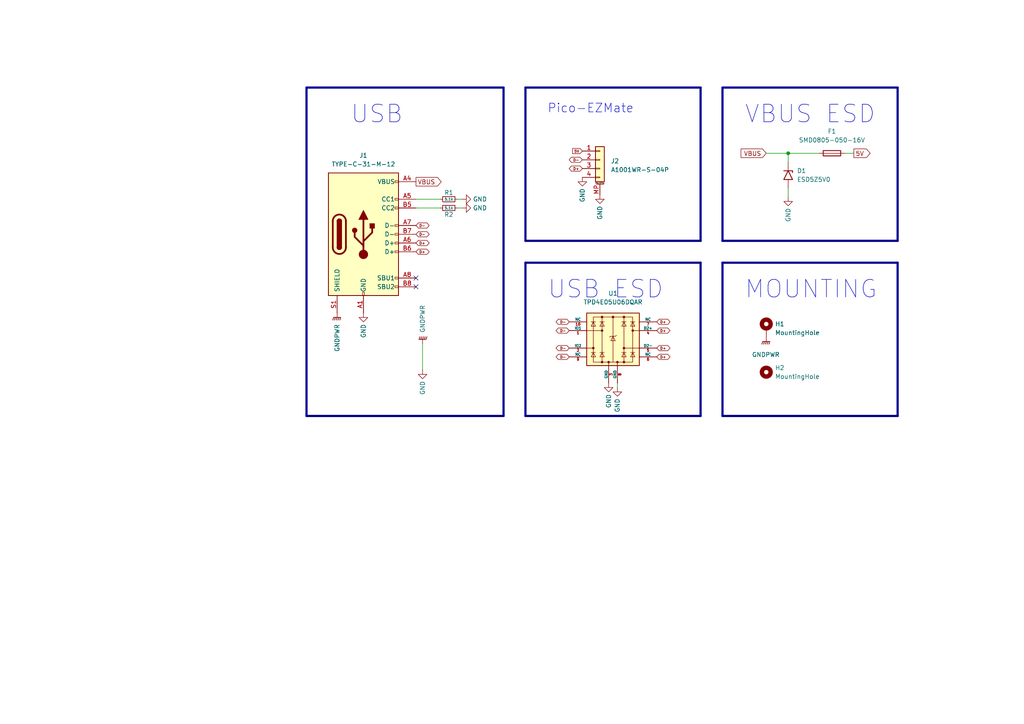
<source format=kicad_sch>
(kicad_sch (version 20231120) (generator "eeschema") (generator_version "8.0")
  (paper "A4")
  (title_block (title "Unified Daughterboard UDB-S1") (date "2022-09-16") (rev "V1.0.0"))
  (lib_symbols
    (symbol "Connector:USB_C_Receptacle_USB2.0" (pin_names (offset 1.016))
      (property "Reference" "J" (at -10.16 19.05 0))
      (property "Value" "USB_C_Receptacle_USB2.0" (at 19.05 19.05 0))
      (symbol "USB_C_Receptacle_USB2.0_0_0"
        (rectangle (start -0.254 -17.78) (end 0.254 -16.764))
        (rectangle (start 10.16 -14.986) (end 9.144 -15.494))
        (rectangle (start 10.16 -12.446) (end 9.144 -12.954))
        (rectangle (start 10.16 -4.826) (end 9.144 -5.334))
        (rectangle (start 10.16 -2.286) (end 9.144 -2.794))
        (rectangle (start 10.16 0.254) (end 9.144 -0.254))
        (rectangle (start 10.16 2.794) (end 9.144 2.286))
        (rectangle (start 10.16 7.874) (end 9.144 7.366))
        (rectangle (start 10.16 10.414) (end 9.144 9.906))
        (rectangle (start 10.16 15.494) (end 9.144 14.986))
      )
      (symbol "USB_C_Receptacle_USB2.0_0_1"
        (rectangle (start -10.16 17.78) (end 10.16 -17.78) (stroke (width 0.254)) (fill (type background)))
        (arc (start -8.89 -3.81) (mid -6.985 -5.7066) (end -5.08 -3.81) (stroke (width 0.508)))
        (arc (start -7.62 -3.81) (mid -6.985 -4.4422) (end -6.35 -3.81) (stroke (width 0.254)))
        (arc (start -7.62 -3.81) (mid -6.985 -4.4422) (end -6.35 -3.81) (stroke (width 0.254)) (fill (type outline)))
        (rectangle (start -7.62 -3.81) (end -6.35 3.81) (stroke (width 0.254)) (fill (type outline)))
        (arc (start -6.35 3.81) (mid -6.985 4.4422) (end -7.62 3.81) (stroke (width 0.254)))
        (arc (start -6.35 3.81) (mid -6.985 4.4422) (end -7.62 3.81) (stroke (width 0.254)) (fill (type outline)))
        (arc (start -5.08 3.81) (mid -6.985 5.7066) (end -8.89 3.81) (stroke (width 0.508)))
        (circle (center -2.54 1.143) (radius 0.635) (stroke (width 0.254)) (fill (type outline)))
        (circle (center 0 -5.842) (radius 1.27) (fill (type outline)))
        (polyline (pts (xy -8.89 -3.81) (xy -8.89 3.81)) (stroke (width 0.508)))
        (polyline (pts (xy -5.08 3.81) (xy -5.08 -3.81)) (stroke (width 0.508)))
        (polyline (pts (xy 0 -5.842) (xy 0 4.318)) (stroke (width 0.508)))
        (polyline (pts (xy 0 -3.302) (xy -2.54 -0.762) (xy -2.54 0.508)) (stroke (width 0.508)))
        (polyline (pts (xy 0 -2.032) (xy 2.54 0.508) (xy 2.54 1.778)) (stroke (width 0.508)))
        (polyline (pts (xy -1.27 4.318) (xy 0 6.858) (xy 1.27 4.318) (xy -1.27 4.318)) (stroke (width 0.254)) (fill (type outline)))
        (rectangle (start 1.905 1.778) (end 3.175 3.048) (stroke (width 0.254)) (fill (type outline)))
      )
      (symbol "USB_C_Receptacle_USB2.0_1_1"
        (pin passive line (at 0 -22.86 90) (length 5.08) (name "GND") (number "A1"))
        (pin passive line (at 0 -22.86 90) (length 5.08) hide (name "GND") (number "A12"))
        (pin passive line (at 15.24 15.24 180) (length 5.08) (name "VBUS") (number "A4"))
        (pin bidirectional line (at 15.24 10.16 180) (length 5.08) (name "CC1") (number "A5"))
        (pin bidirectional line (at 15.24 -2.54 180) (length 5.08) (name "D+") (number "A6"))
        (pin bidirectional line (at 15.24 2.54 180) (length 5.08) (name "D-") (number "A7"))
        (pin bidirectional line (at 15.24 -12.7 180) (length 5.08) (name "SBU1") (number "A8"))
        (pin passive line (at 15.24 15.24 180) (length 5.08) hide (name "VBUS") (number "A9"))
        (pin passive line (at 0 -22.86 90) (length 5.08) hide (name "GND") (number "B1"))
        (pin passive line (at 0 -22.86 90) (length 5.08) hide (name "GND") (number "B12"))
        (pin passive line (at 15.24 15.24 180) (length 5.08) hide (name "VBUS") (number "B4"))
        (pin bidirectional line (at 15.24 7.62 180) (length 5.08) (name "CC2") (number "B5"))
        (pin bidirectional line (at 15.24 -5.08 180) (length 5.08) (name "D+") (number "B6"))
        (pin bidirectional line (at 15.24 0 180) (length 5.08) (name "D-") (number "B7"))
        (pin bidirectional line (at 15.24 -15.24 180) (length 5.08) (name "SBU2") (number "B8"))
        (pin passive line (at 15.24 15.24 180) (length 5.08) hide (name "VBUS") (number "B9"))
        (pin passive line (at -7.62 -22.86 90) (length 5.08) (name "SHIELD") (number "S1"))
      )
    )
    (symbol "Connector_Generic_MountingPin:Conn_01x04_MountingPin" (pin_names (offset 1.016) hide)
      (property "Reference" "J" (at 0 5.08 0))
      (property "Value" "Conn_01x04_MountingPin" (at 1.27 -7.62 0))
      (symbol "Conn_01x04_MountingPin_1_1"
        (rectangle (start -1.27 -4.953) (end 0 -5.207) (stroke (width 0.1524)))
        (rectangle (start -1.27 -2.413) (end 0 -2.667) (stroke (width 0.1524)))
        (rectangle (start -1.27 0.127) (end 0 -0.127) (stroke (width 0.1524)))
        (rectangle (start -1.27 2.667) (end 0 2.413) (stroke (width 0.1524)))
        (rectangle (start -1.27 3.81) (end 1.27 -6.35) (stroke (width 0.254)) (fill (type background)))
        (polyline (pts (xy -1.016 -7.112) (xy 1.016 -7.112)) (stroke (width 0.1524)))
        (text "Mounting" (at 0 -6.731 0) (effects (font (size 0.381 0.381))))
        (pin passive line (at -5.08 2.54 0) (length 3.81) (name "Pin_1") (number "1"))
        (pin passive line (at -5.08 0 0) (length 3.81) (name "Pin_2") (number "2"))
        (pin passive line (at -5.08 -2.54 0) (length 3.81) (name "Pin_3") (number "3"))
        (pin passive line (at -5.08 -5.08 0) (length 3.81) (name "Pin_4") (number "4"))
        (pin passive line (at 0 -10.16 90) (length 3.048) (name "MountPin") (number "MP"))
      )
    )
    (symbol "Device:Fuse" (pin_numbers hide) (pin_names (offset 0))
      (property "Reference" "F" (at 2.032 0 90))
      (property "Value" "Fuse" (at -1.905 0 90))
      (symbol "Fuse_0_1"
        (rectangle (start -0.762 -2.54) (end 0.762 2.54) (stroke (width 0.254)))
        (polyline (pts (xy 0 2.54) (xy 0 -2.54)))
      )
      (symbol "Fuse_1_1"
        (pin passive line (at 0 3.81 270) (length 1.27) (name "~") (number "1"))
        (pin passive line (at 0 -3.81 90) (length 1.27) (name "~") (number "2"))
      )
    )
    (symbol "Device:R_Small" (pin_numbers hide) (pin_names (offset 0.254) hide)
      (property "Reference" "R" (at 0.762 0.508 0))
      (property "Value" "R_Small" (at 0.762 -1.016 0))
      (symbol "R_Small_0_1"
        (rectangle (start -0.762 1.778) (end 0.762 -1.778) (stroke (width 0.2032)))
      )
      (symbol "R_Small_1_1"
        (pin passive line (at 0 2.54 270) (length 0.762) (name "~") (number "1"))
        (pin passive line (at 0 -2.54 90) (length 0.762) (name "~") (number "2"))
      )
    )
    (symbol "Diode:SMF6V0A" (pin_numbers hide) (pin_names (offset 1.016) hide)
      (property "Reference" "D" (at 0 2.54 0))
      (property "Value" "SMF6V0A" (at 0 -2.54 0))
      (symbol "SMF6V0A_0_1"
        (polyline (pts (xy -0.762 1.27) (xy -1.27 1.27) (xy -1.27 -1.27)) (stroke (width 0.254)))
        (polyline (pts (xy 1.27 1.27) (xy 1.27 -1.27) (xy -1.27 0) (xy 1.27 1.27)) (stroke (width 0.254)))
      )
      (symbol "SMF6V0A_1_1"
        (pin passive line (at -3.81 0 0) (length 2.54) (name "A1") (number "1"))
        (pin passive line (at 3.81 0 180) (length 2.54) (name "A2") (number "2"))
      )
    )
    (symbol "Mechanical:MountingHole" (pin_names (offset 1.016))
      (property "Reference" "H" (at 0 5.08 0))
      (property "Value" "MountingHole" (at 0 3.175 0))
      (symbol "MountingHole_0_1"
        (circle (center 0 0) (radius 1.27) (stroke (width 1.27)))
      )
    )
    (symbol "Mechanical:MountingHole_Pad" (pin_numbers hide) (pin_names (offset 1.016) hide)
      (property "Reference" "H" (at 0 6.35 0))
      (property "Value" "MountingHole_Pad" (at 0 4.445 0))
      (symbol "MountingHole_Pad_0_1"
        (circle (center 0 1.27) (radius 1.27) (stroke (width 1.27)))
      )
      (symbol "MountingHole_Pad_1_1"
        (pin input line (at 0 -2.54 90) (length 2.54) (name "1") (number "1"))
      )
    )
    (symbol "acheron_Symbols:TPD4E05U06DQAR" (pin_names (offset 0))
      (property "Reference" "U" (at 0 12.7 0))
      (property "Value" "TPD4E05U06DQAR" (at 0 10.16 0))
      (symbol "TPD4E05U06DQAR_0_0"
        (rectangle (start -5.715 6.477) (end 5.715 -6.604))
        (polyline (pts (xy -3.175 -6.604) (xy -3.175 6.477)))
        (polyline (pts (xy 0 6.477) (xy 0 -6.604)))
        (polyline (pts (xy 3.175 6.477) (xy 3.175 -6.604)))
      )
      (symbol "TPD4E05U06DQAR_0_1"
        (rectangle (start -7.62 7.62) (end 7.62 -7.62) (stroke (width 0.254)) (fill (type background)))
        (circle (center -5.715 -2.54) (radius 0.2794) (fill (type outline)))
        (circle (center -3.175 -6.604) (radius 0.2794) (fill (type outline)))
        (circle (center -3.175 2.54) (radius 0.2794) (fill (type outline)))
        (circle (center -3.175 6.477) (radius 0.2794) (fill (type outline)))
        (circle (center -1.27 -6.604) (radius 0.2794) (fill (type outline)))
        (polyline (pts (xy -7.747 2.54) (xy -3.175 2.54)))
        (polyline (pts (xy -7.62 -2.54) (xy -5.715 -2.54)))
        (polyline (pts (xy -5.08 -3.81) (xy -6.35 -3.81)))
        (polyline (pts (xy -5.08 5.08) (xy -6.35 5.08)))
        (polyline (pts (xy -2.54 -3.81) (xy -3.81 -3.81)))
        (polyline (pts (xy -2.54 5.08) (xy -3.81 5.08)))
        (polyline (pts (xy -1.27 -6.604) (xy -1.27 -7.62)))
        (polyline (pts (xy -0.635 0.889) (xy -1.016 0.635)))
        (polyline (pts (xy 0.635 0.889) (xy -0.635 0.889)))
        (polyline (pts (xy 0.635 0.889) (xy 1.016 1.143)))
        (polyline (pts (xy 3.81 -3.81) (xy 2.54 -3.81)))
        (polyline (pts (xy 3.81 5.08) (xy 2.54 5.08)))
        (polyline (pts (xy 6.35 -3.81) (xy 5.08 -3.81)))
        (polyline (pts (xy 6.35 5.08) (xy 5.08 5.08)))
        (polyline (pts (xy 7.62 -2.54) (xy 3.175 -2.54)))
        (polyline (pts (xy 7.62 2.54) (xy 5.715 2.54)))
        (polyline (pts (xy -5.08 -5.08) (xy -6.35 -5.08) (xy -5.715 -3.81) (xy -5.08 -5.08)))
        (polyline (pts (xy -5.08 3.81) (xy -6.35 3.81) (xy -5.715 5.08) (xy -5.08 3.81)))
        (polyline (pts (xy -2.54 -5.08) (xy -3.81 -5.08) (xy -3.175 -3.81) (xy -2.54 -5.08)))
        (polyline (pts (xy -2.54 3.81) (xy -3.81 3.81) (xy -3.175 5.08) (xy -2.54 3.81)))
        (polyline (pts (xy 0.635 -0.381) (xy -0.635 -0.381) (xy 0 0.889) (xy 0.635 -0.381)))
        (polyline (pts (xy 3.81 -5.08) (xy 2.54 -5.08) (xy 3.175 -3.81) (xy 3.81 -5.08)))
        (polyline (pts (xy 3.81 3.81) (xy 2.54 3.81) (xy 3.175 5.08) (xy 3.81 3.81)))
        (polyline (pts (xy 6.35 -5.08) (xy 5.08 -5.08) (xy 5.715 -3.81) (xy 6.35 -5.08)))
        (polyline (pts (xy 6.35 3.81) (xy 5.08 3.81) (xy 5.715 5.08) (xy 6.35 3.81)))
        (circle (center 0 6.477) (radius 0.2794) (fill (type outline)))
        (circle (center 3.175 -6.604) (radius 0.2794) (fill (type outline)))
        (circle (center 3.175 -2.54) (radius 0.2794) (fill (type outline)))
        (circle (center 3.175 6.477) (radius 0.2794) (fill (type outline)))
        (circle (center 5.715 2.54) (radius 0.2794) (fill (type outline)))
      )
      (symbol "TPD4E05U06DQAR_1_1"
        (polyline (pts (xy 1.27 -6.604) (xy 1.27 -7.62)))
        (circle (center 1.27 -6.604) (radius 0.2794) (fill (type outline)))
        (pin bidirectional line (at -12.7 2.54 0) (length 5.08) (name "IO1") (number "1"))
        (pin bidirectional line (at -12.7 5.08 0) (length 5.08) (name "NC") (number "10"))
        (pin bidirectional line (at -12.7 -2.54 0) (length 5.08) (name "IO2") (number "2"))
        (pin power_in line (at -1.27 -12.7 90) (length 5.08) (name "GND") (number "3"))
        (pin bidirectional line (at 12.7 2.54 180) (length 5.08) (name "D2+") (number "4"))
        (pin bidirectional line (at 12.7 -2.54 180) (length 5.08) (name "D2-") (number "5"))
        (pin bidirectional line (at 12.7 -5.08 180) (length 5.08) (name "NC") (number "6"))
        (pin bidirectional line (at 12.7 5.08 180) (length 5.08) (name "NC") (number "7"))
        (pin power_in line (at 1.27 -12.7 90) (length 5.08) (name "GND") (number "8"))
        (pin bidirectional line (at -12.7 -5.08 0) (length 5.08) (name "NC") (number "9"))
      )
    )
    (symbol "power:GND" (power) (pin_names (offset 0))
      (property "Value" "GND" (at 0 -3.81 0))
      (symbol "GND_0_1"
        (polyline (pts (xy 0 0) (xy 0 -1.27) (xy 1.27 -1.27) (xy 0 -2.54) (xy -1.27 -1.27) (xy 0 -1.27)))
      )
      (symbol "GND_1_1"
        (pin power_in line (at 0 0 270) (length 0) hide (name "GND") (number "1"))
      )
    )
    (symbol "power:GNDPWR" (power) (pin_names (offset 0))
      (property "Value" "GNDPWR" (at 0 -3.302 0))
      (symbol "GNDPWR_0_1"
        (polyline (pts (xy 0 -1.27) (xy 0 0)))
        (polyline (pts (xy -1.016 -1.27) (xy -1.27 -2.032) (xy -1.27 -2.032)) (stroke (width 0.2032)))
        (polyline (pts (xy -0.508 -1.27) (xy -0.762 -2.032) (xy -0.762 -2.032)) (stroke (width 0.2032)))
        (polyline (pts (xy 0 -1.27) (xy -0.254 -2.032) (xy -0.254 -2.032)) (stroke (width 0.2032)))
        (polyline (pts (xy 0.508 -1.27) (xy 0.254 -2.032) (xy 0.254 -2.032)) (stroke (width 0.2032)))
        (polyline (pts (xy 1.016 -1.27) (xy -1.016 -1.27) (xy -1.016 -1.27)) (stroke (width 0.2032)))
        (polyline (pts (xy 1.016 -1.27) (xy 0.762 -2.032) (xy 0.762 -2.032) (xy 0.762 -2.032)) (stroke (width 0.2032)))
      )
      (symbol "GNDPWR_1_1"
        (pin power_in line (at 0 0 270) (length 0) hide (name "GNDPWR") (number "1"))
      )
    )
  )
  (junction (at 228.6 44.45))
  (no_connect (at 120.65 83.185))
  (no_connect (at 120.65 80.645))
  (wire (pts (xy 179.07 111.125) (xy 179.07 112.395)))
  (bus (pts (xy 146.05 25.4) (xy 146.05 120.65)) (stroke (width 0.635)))
  (bus (pts (xy 260.35 69.85) (xy 209.55 69.85)) (stroke (width 0.635)))
  (bus (pts (xy 88.9 120.65) (xy 146.05 120.65)) (stroke (width 0.635)))
  (wire (pts (xy 228.6 57.15) (xy 228.6 54.61)))
  (bus (pts (xy 209.55 76.2) (xy 209.55 120.65)) (stroke (width 0.635)))
  (bus (pts (xy 203.2 25.4) (xy 203.2 69.85)) (stroke (width 0.635)))
  (bus (pts (xy 209.55 25.4) (xy 209.55 69.85)) (stroke (width 0.635)))
  (bus (pts (xy 209.55 25.4) (xy 260.35 25.4)) (stroke (width 0.635)))
  (wire (pts (xy 120.65 57.785) (xy 127.635 57.785)))
  (wire (pts (xy 120.65 60.325) (xy 127.635 60.325)))
  (wire (pts (xy 122.555 99.695) (xy 122.555 107.315)))
  (wire (pts (xy 228.6 44.45) (xy 237.49 44.45)))
  (bus (pts (xy 152.4 76.2) (xy 152.4 120.65)) (stroke (width 0.635)))
  (wire (pts (xy 228.6 46.99) (xy 228.6 44.45)))
  (bus (pts (xy 152.4 25.4) (xy 203.2 25.4)) (stroke (width 0.635)))
  (wire (pts (xy 222.25 44.45) (xy 228.6 44.45)))
  (bus (pts (xy 209.55 76.2) (xy 260.35 76.2)) (stroke (width 0.635)))
  (bus (pts (xy 88.9 25.4) (xy 146.05 25.4)) (stroke (width 0.635)))
  (bus (pts (xy 203.2 120.65) (xy 152.4 120.65)) (stroke (width 0.635)))
  (bus (pts (xy 260.35 120.65) (xy 209.55 120.65)) (stroke (width 0.635)))
  (wire (pts (xy 245.11 44.45) (xy 247.65 44.45)))
  (bus (pts (xy 260.35 25.4) (xy 260.35 69.85)) (stroke (width 0.635)))
  (wire (pts (xy 132.715 60.325) (xy 133.985 60.325)))
  (bus (pts (xy 88.9 25.4) (xy 88.9 120.65)) (stroke (width 0.635)))
  (bus (pts (xy 203.2 69.85) (xy 152.4 69.85)) (stroke (width 0.635)))
  (wire (pts (xy 132.715 57.785) (xy 133.985 57.785)))
  (bus (pts (xy 152.4 25.4) (xy 152.4 69.85)) (stroke (width 0.635)))
  (bus (pts (xy 260.35 76.2) (xy 260.35 120.65)) (stroke (width 0.635)))
  (bus (pts (xy 203.2 76.2) (xy 203.2 120.65)) (stroke (width 0.635)))
  (bus (pts (xy 152.4 76.2) (xy 203.2 76.2)) (stroke (width 0.635)))
  (text "USB ESD" (at 158.75 86.995 0) (effects (font (size 5.08 5.08)) (justify left bottom)))
  (text "VBUS ESD" (at 215.9 36.195 0) (effects (font (size 5.08 5.08)) (justify left bottom)))
  (text "USB" (at 101.6 36.195 0) (effects (font (size 5.08 5.08)) (justify left bottom)))
  (text "MOUNTING" (at 215.9 86.995 0) (effects (font (size 5.08 5.08)) (justify left bottom)))
  (text "Pico-EZMate" (at 158.75 33.02 0) (effects (font (size 2.54 2.54)) (justify left bottom)))
  (global_label "VBUS" (shape output) (at 120.65 52.705 0) (property "Intersheetrefs" "${INTERSHEET_REFS}" (effects (hide yes))))
  (global_label "D+" (shape bidirectional) (at 190.5 95.885 0) (effects (font (size 0.762 0.762))) (property "Intersheetrefs" "${INTERSHEET_REFS}" (effects (hide yes))))
  (global_label "D-" (shape bidirectional) (at 165.1 100.965 180) (effects (font (size 0.762 0.762))) (property "Intersheetrefs" "${INTERSHEET_REFS}" (effects (hide yes))))
  (global_label "D-" (shape bidirectional) (at 165.1 95.885 180) (effects (font (size 0.762 0.762))) (property "Intersheetrefs" "${INTERSHEET_REFS}" (effects (hide yes))))
  (global_label "VBUS" (shape input) (at 222.25 44.45 180) (property "Intersheetrefs" "${INTERSHEET_REFS}" (effects (hide yes))))
  (global_label "D+" (shape bidirectional) (at 168.91 48.895 180) (effects (font (size 0.762 0.762))) (property "Intersheetrefs" "${INTERSHEET_REFS}" (effects (hide yes))))
  (global_label "D-" (shape bidirectional) (at 120.65 67.945 0) (effects (font (size 0.762 0.762))) (property "Intersheetrefs" "${INTERSHEET_REFS}" (effects (hide yes))))
  (global_label "D+" (shape bidirectional) (at 190.5 103.505 0) (effects (font (size 0.762 0.762))) (property "Intersheetrefs" "${INTERSHEET_REFS}" (effects (hide yes))))
  (global_label "5V" (shape output) (at 247.65 44.45 0) (property "Intersheetrefs" "${INTERSHEET_REFS}" (effects (hide yes))))
  (global_label "5V" (shape input) (at 168.91 43.815 180) (effects (font (size 0.762 0.762))) (property "Intersheetrefs" "${INTERSHEET_REFS}" (effects (hide yes))))
  (global_label "D-" (shape bidirectional) (at 120.65 65.405 0) (effects (font (size 0.762 0.762))) (property "Intersheetrefs" "${INTERSHEET_REFS}" (effects (hide yes))))
  (global_label "D+" (shape bidirectional) (at 120.65 70.485 0) (effects (font (size 0.762 0.762))) (property "Intersheetrefs" "${INTERSHEET_REFS}" (effects (hide yes))))
  (global_label "D-" (shape bidirectional) (at 168.91 46.355 180) (effects (font (size 0.762 0.762))) (property "Intersheetrefs" "${INTERSHEET_REFS}" (effects (hide yes))))
  (global_label "D+" (shape bidirectional) (at 120.65 73.025 0) (effects (font (size 0.762 0.762))) (property "Intersheetrefs" "${INTERSHEET_REFS}" (effects (hide yes))))
  (global_label "D+" (shape bidirectional) (at 190.5 93.345 0) (effects (font (size 0.762 0.762))) (property "Intersheetrefs" "${INTERSHEET_REFS}" (effects (hide yes))))
  (global_label "D-" (shape bidirectional) (at 165.1 103.505 180) (effects (font (size 0.762 0.762))) (property "Intersheetrefs" "${INTERSHEET_REFS}" (effects (hide yes))))
  (global_label "D+" (shape bidirectional) (at 190.5 100.965 0) (effects (font (size 0.762 0.762))) (property "Intersheetrefs" "${INTERSHEET_REFS}" (effects (hide yes))))
  (global_label "D-" (shape bidirectional) (at 165.1 93.345 180) (effects (font (size 0.762 0.762))) (property "Intersheetrefs" "${INTERSHEET_REFS}" (effects (hide yes))))
  (symbol (lib_id "Device:Fuse") (at 241.3 44.45 90) (unit 1)
    (property "Reference" "F1" (at 241.3 38.1 90))
    (property "Value" "SMD0805-050-16V" (at 241.3 40.64 90))
    (property "Footprint" "Fuse:Fuse_1206_3216Metric" (effects (hide yes)))
    (property "Manufacturer" "TECHFUSE" (effects (hide yes)))
    (property "Manufacturer Part Number" "SMD0805-050-16V" (effects (hide yes)))
    (property "LCSC Part Number" "C2833485" (effects (hide yes)))
    (property "Package" "F0805" (effects (hide yes)))
  )
  (symbol (lib_id "power:GND") (at 133.985 57.785 90) (unit 1)
    (property "Reference" "#PWR02" (effects (hide yes)))
    (property "Value" "GND" (at 137.16 57.785 90) (effects (justify right)))
  )
  (symbol (lib_id "Mechanical:MountingHole") (at 222.25 107.95 0) (unit 1) (in_bom no)
    (property "Reference" "H2" (at 224.79 106.6799 0) (effects (justify left)))
    (property "Value" "MountingHole" (at 224.79 109.2199 0) (effects (justify left)))
    (property "Footprint" "MountingHole:MountingHole_3.2mm_M3_DIN965_Pad_TopOnly" (effects (hide yes)))
  )
  (symbol (lib_id "Mechanical:MountingHole_Pad") (at 222.25 95.25 0) (unit 1) (in_bom no)
    (property "Reference" "H1" (at 224.79 93.9799 0) (effects (justify left)))
    (property "Value" "MountingHole" (at 224.79 96.5199 0) (effects (justify left)))
    (property "Footprint" "MountingHole:MountingHole_3.2mm_M3_DIN965_Pad_TopBottom" (effects (hide yes)))
  )
  (symbol (lib_id "power:GND") (at 168.91 51.435 0) (unit 1)
    (property "Reference" "#PWR04" (effects (hide yes)))
    (property "Value" "GND" (at 168.91 54.61 90) (effects (justify right)))
  )
  (symbol (lib_id "power:GNDPWR") (at 97.79 90.805 0) (unit 1)
    (property "Reference" "#PWR09" (effects (hide yes)))
    (property "Value" "GNDPWR" (at 97.79 93.98 90) (effects (justify right)))
  )
  (symbol (lib_id "power:GND") (at 176.53 111.125 0) (unit 1)
    (property "Reference" "#PWR07" (effects (hide yes)))
    (property "Value" "GND" (at 176.53 114.3 90) (effects (justify right)))
  )
  (symbol (lib_id "Connector:USB_C_Receptacle_USB2.0") (at 105.41 67.945 0) (unit 1)
    (property "Reference" "J1" (at 105.41 45.085 0))
    (property "Value" "TYPE-C-31-M-12" (at 105.41 47.625 0))
    (property "Footprint" "locallib:HRO-TYPE-C-31-M-12-Assembly" (effects (hide yes)))
    (property "Datasheet" "https://www.usb.org/sites/default/files/documents/usb_type-c.zip" (effects (hide yes)))
    (property "Manufacturer" "Koren Hroparts" (effects (hide yes)))
    (property "Manufacturer Part Number" "TYPE-C-31-M-12" (effects (hide yes)))
    (property "LCSC Part Number" "C165948" (effects (hide yes)))
  )
  (symbol (lib_id "acheron_Symbols:TPD4E05U06DQAR") (at 177.8 98.425 0) (unit 1)
    (property "Reference" "U1" (at 177.8 85.09 0))
    (property "Value" "TPD4E05U06DQAR" (at 177.8 87.63 0))
    (property "Footprint" "acheron_Components:USON-10_2.5x1.0mm_P0.5mm" (effects (hide yes)))
    (property "Manufacturer" "MSKSEMI" (effects (hide yes)))
    (property "Package" "uSON-10" (effects (hide yes)))
    (property "Manufacturer Part Number" "TPD4E05U06DQAR" (effects (hide yes)))
    (property "LCSC Part Number" "C2836386" (effects (hide yes)))
  )
  (symbol (lib_id "power:GNDPWR") (at 122.555 99.695 180) (unit 1)
    (property "Reference" "#PWR011" (effects (hide yes)))
    (property "Value" "GNDPWR" (at 122.555 96.52 90) (effects (justify right)))
  )
  (symbol (lib_id "power:GND") (at 133.985 60.325 90) (unit 1)
    (property "Reference" "#PWR03" (effects (hide yes)))
    (property "Value" "GND" (at 137.16 60.325 90) (effects (justify right)))
  )
  (symbol (lib_id "Connector_Generic_MountingPin:Conn_01x04_MountingPin") (at 173.99 46.355 0) (unit 1)
    (property "Reference" "J2" (at 177.165 46.7105 0) (effects (justify left)))
    (property "Value" "A1001WR-S-04P" (at 177.165 49.2505 0) (effects (justify left)))
    (property "Footprint" "acheron_Connectors:SM04B-SRSS-TB(LF)(SN)_mounting-reliefs" (effects (hide yes)))
    (property "Manufacturer" "HR" (effects (hide yes)))
    (property "Manufacturer Part Number" "A1001WR-S-04P" (effects (hide yes)))
    (property "LCSC Part Number" "C371510" (effects (hide yes)))
  )
  (symbol (lib_id "power:GND") (at 105.41 90.805 0) (unit 1)
    (property "Reference" "#PWR010" (effects (hide yes)))
    (property "Value" "GND" (at 105.41 93.98 90) (effects (justify right)))
  )
  (symbol (lib_id "power:GND") (at 179.07 112.395 0) (unit 1)
    (property "Reference" "#PWR08" (effects (hide yes)))
    (property "Value" "GND" (at 179.07 115.57 90) (effects (justify right)))
  )
  (symbol (lib_id "Diode:SMF6V0A") (at 228.6 50.8 270) (unit 1)
    (property "Reference" "D1" (at 231.14 49.5299 90) (effects (justify left)))
    (property "Value" "ESD5Z5V0" (at 231.14 52.0699 90) (effects (justify left)))
    (property "Footprint" "Diode_SMD:D_SOD-523" (effects (hide yes)))
    (property "Datasheet" "https://www.vishay.com/doc?85881" (effects (hide yes)))
    (property "Manufacturer" "MDD" (effects (hide yes)))
    (property "Manufacturer Part Number" "ESD5Z5V0" (effects (hide yes)))
    (property "LCSC Part Number" "C502546" (effects (hide yes)))
    (property "Package" "SOD-523" (effects (hide yes)))
  )
  (symbol (lib_id "power:GND") (at 173.99 56.515 0) (unit 1)
    (property "Reference" "#PWR06" (effects (hide yes)))
    (property "Value" "GND" (at 173.99 59.69 90) (effects (justify right)))
  )
  (symbol (lib_id "power:GNDPWR") (at 222.25 97.79 0) (unit 1)
    (property "Reference" "#PWR01" (effects (hide yes)))
    (property "Value" "GNDPWR" (at 222.123 102.87 0))
  )
  (symbol (lib_id "Device:R_Small") (at 130.175 57.785 270) (unit 1)
    (property "Reference" "R1" (at 130.175 55.88 90))
    (property "Value" "5.1k" (at 130.175 57.785 90) (effects (font (size 0.762 0.762))))
    (property "Footprint" "Resistor_SMD:R_0402_1005Metric" (effects (hide yes)))
  )
  (symbol (lib_id "power:GND") (at 228.6 57.15 0) (unit 1)
    (property "Reference" "#PWR05" (effects (hide yes)))
    (property "Value" "GND" (at 228.6 60.325 90) (effects (justify right)))
  )
  (symbol (lib_id "power:GND") (at 122.555 107.315 0) (unit 1)
    (property "Reference" "#PWR012" (effects (hide yes)))
    (property "Value" "GND" (at 122.555 110.49 90) (effects (justify right)))
  )
  (symbol (lib_id "Device:R_Small") (at 130.175 60.325 90) (unit 1)
    (property "Reference" "R2" (at 130.175 62.23 90))
    (property "Value" "5.1k" (at 130.175 60.325 90) (effects (font (size 0.762 0.762))))
    (property "Footprint" "Resistor_SMD:R_0402_1005Metric" (effects (hide yes)))
  )
)
</source>
